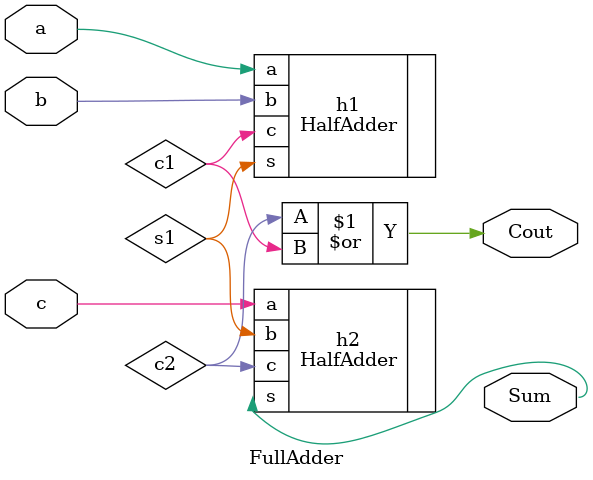
<source format=v>
`timescale 1ns / 1ps
module FullAdder(
    input a,
    input b,
    input c,
    output Cout,
    output Sum
    );
    wire c1, c2;
	 wire s1;
	 //reusing half adder modules
	 HalfAdder h1( .a(a), .b(b), .c(c1), .s(s1));
	 HalfAdder h2( .a(c), .b(s1), .c(c2), .s(Sum));
	 or( Cout, c2 , c1);

endmodule

</source>
